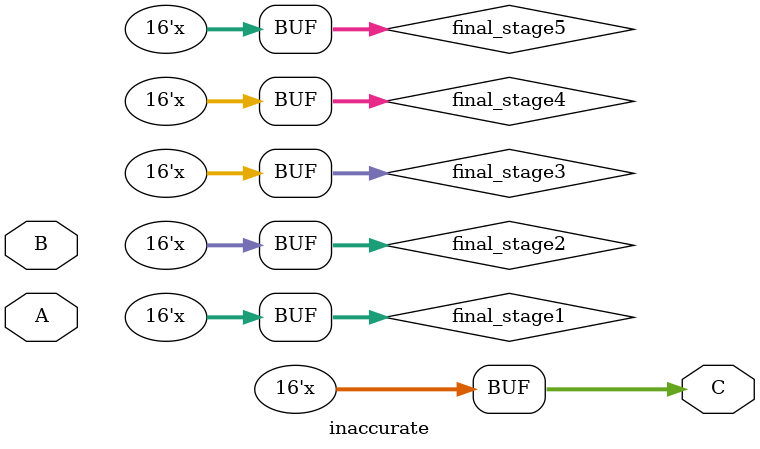
<source format=v>
`timescale 1ns / 1ps
module inaccurate(A,B,C);
input[7:0] A,B;
output[15:0] C;
reg [15:0] C;
reg [15:0] stage1,stage2,stage3,stage4,stage5,stage6,stage7,stage8;
reg [15:0] final_stage1,final_stage2,final_stage3,final_stage4,final_stage5,final_stage6,final_stage7,final_stage8;
//for stage1
always @(*) 
begin
if(B[7]===1'b1)begin
stage1[15]<=1'b0;
stage1[14:7]<=A[7:0];
stage1[6:0]<=1'b0;
end
else if(B[7]==1'b0)begin
stage1[15:0]<=1'b0;
end
if(B[6]==1'b1)begin
stage2[15:14]<=1'b0;
stage2[13:6]<=A[7:0];
stage2[5:0]<=1'b0;
end
else if(B[6]==1'b0)begin
stage2[15:0]<=1'b0;
end
if(B[5]==1'b1)begin
stage3[15:13]<=1'b0;
stage3[12:5]<=A[7:0];
stage3[4:0]<=1'b0;
end
else if(B[5]==1'b0)begin
stage3[15:0]<=1'b0;
end
if(B[4]==1'b1)begin
stage4[15:12]<=1'b0;
stage4[11:4]<=A[7:0];
stage4[3:0]<=1'b0;
end
else if(B[4]==1'b0)begin
stage4[15:0]<=1'b0;
end
if(B[3]==1'b1)begin
stage5[15:11]<=1'b0;
stage5[10:3]<=A[7:0];
stage5[2:0]<=1'b0;
end
else if(B[3]==1'b0)begin
stage5[15:0]<=1'b0;
end
/*if(B[2]==1'b1)begin
stage6[15:10]<=1'b0;
stage6[9:2]<=A[7:0];
stage6[1:0]<=1'b0;
end
else if(B[2]==1'b0)begin
stage6[15:0]<=1'b0;
end
if(B[1]==1'b1)begin
stage7[15:9]<=1'b0;
stage7[8:1]<=A[7:0];
stage7[0]<=1'b0;
end
else if(B[1]==1'b0)begin
stage7[15:0]<=1'b0;
end
if(B[0]==1'b1)begin
stage8[15:8]<=1'b0;
stage8[7:0]<=A[7:0];
end
else if(B[0]==1'b0)begin
stage8[15:0]<=1'b0;
end*/
final_stage1[15:0]<=stage1[15:0];//1
final_stage2[15:0]<=final_stage1[15:0]+stage2[15:0];//2
final_stage3[15:0]<=final_stage2[15:0]+stage3[15:0];//3
final_stage4[15:0]<=final_stage3[15:0]+stage4[15:0];//4
final_stage5[15:0]<=final_stage4[15:0]+stage5[15:0];//5
//final_stage6[15:0]<=final_stage5[15:0]+stage6[15:0];//6
//final_stage7[15:0]<=final_stage6[15:0]+stage7[15:0];//7
//final_stage8[15:0]<=final_stage7[15:0]+stage8[15:0];//8
C[15:0]<=final_stage5[15:0];//correct answer

//C[15:0]<=final_stage8[15:0];//correct answer
end
endmodule


</source>
